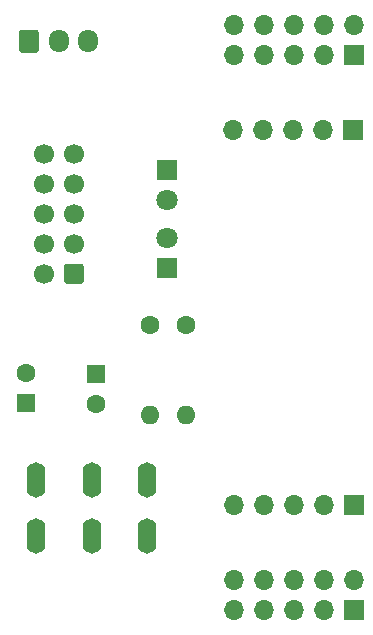
<source format=gbr>
%TF.GenerationSoftware,KiCad,Pcbnew,5.1.9+dfsg1-1~bpo10+1*%
%TF.CreationDate,2022-02-06T15:46:01+08:00*%
%TF.ProjectId,euro2breadboard,6575726f-3262-4726-9561-64626f617264,rev?*%
%TF.SameCoordinates,Original*%
%TF.FileFunction,Soldermask,Top*%
%TF.FilePolarity,Negative*%
%FSLAX46Y46*%
G04 Gerber Fmt 4.6, Leading zero omitted, Abs format (unit mm)*
G04 Created by KiCad (PCBNEW 5.1.9+dfsg1-1~bpo10+1) date 2022-02-06 15:46:01*
%MOMM*%
%LPD*%
G01*
G04 APERTURE LIST*
%ADD10O,1.600000X3.000000*%
%ADD11C,1.600000*%
%ADD12R,1.600000X1.600000*%
%ADD13C,1.700000*%
%ADD14R,1.700000X1.700000*%
%ADD15O,1.700000X1.700000*%
%ADD16O,1.700000X1.950000*%
%ADD17C,1.800000*%
%ADD18R,1.800000X1.800000*%
%ADD19O,1.600000X1.600000*%
G04 APERTURE END LIST*
D10*
%TO.C,SW1*%
X76200000Y-80425000D03*
X80900000Y-80425000D03*
X71500000Y-80425000D03*
X76200000Y-85225000D03*
X80900000Y-85225000D03*
X71500000Y-85225000D03*
%TD*%
D11*
%TO.C,C1*%
X76581000Y-74001000D03*
D12*
X76581000Y-71501000D03*
%TD*%
%TO.C,C2*%
X70612000Y-73914000D03*
D11*
X70612000Y-71414000D03*
%TD*%
%TO.C,J2*%
G36*
G01*
X75526000Y-62392000D02*
X75526000Y-63592000D01*
G75*
G02*
X75276000Y-63842000I-250000J0D01*
G01*
X74076000Y-63842000D01*
G75*
G02*
X73826000Y-63592000I0J250000D01*
G01*
X73826000Y-62392000D01*
G75*
G02*
X74076000Y-62142000I250000J0D01*
G01*
X75276000Y-62142000D01*
G75*
G02*
X75526000Y-62392000I0J-250000D01*
G01*
G37*
D13*
X74676000Y-60452000D03*
X74676000Y-57912000D03*
X74676000Y-55372000D03*
X74676000Y-52832000D03*
X72136000Y-62992000D03*
X72136000Y-60452000D03*
X72136000Y-57912000D03*
X72136000Y-55372000D03*
X72136000Y-52832000D03*
%TD*%
D14*
%TO.C,BB_POWER_PINS1*%
X98425000Y-91440000D03*
D15*
X98425000Y-88900000D03*
X95885000Y-91440000D03*
X95885000Y-88900000D03*
X93345000Y-91440000D03*
X93345000Y-88900000D03*
X90805000Y-91440000D03*
X90805000Y-88900000D03*
X88265000Y-91440000D03*
X88265000Y-88900000D03*
%TD*%
%TO.C,BB_POWER_PINS2*%
X88265000Y-41910000D03*
X88265000Y-44450000D03*
X90805000Y-41910000D03*
X90805000Y-44450000D03*
X93345000Y-41910000D03*
X93345000Y-44450000D03*
X95885000Y-41910000D03*
X95885000Y-44450000D03*
X98425000Y-41910000D03*
D14*
X98425000Y-44450000D03*
%TD*%
%TO.C,J1*%
G36*
G01*
X70016000Y-44032000D02*
X70016000Y-42582000D01*
G75*
G02*
X70266000Y-42332000I250000J0D01*
G01*
X71466000Y-42332000D01*
G75*
G02*
X71716000Y-42582000I0J-250000D01*
G01*
X71716000Y-44032000D01*
G75*
G02*
X71466000Y-44282000I-250000J0D01*
G01*
X70266000Y-44282000D01*
G75*
G02*
X70016000Y-44032000I0J250000D01*
G01*
G37*
D16*
X73366000Y-43307000D03*
X75866000Y-43307000D03*
%TD*%
D14*
%TO.C,NEG_12V_PINS1*%
X98298000Y-50800000D03*
D15*
X95758000Y-50800000D03*
X93218000Y-50800000D03*
X90678000Y-50800000D03*
X88138000Y-50800000D03*
%TD*%
%TO.C,NEG_12V_PINS2*%
X88265000Y-82550000D03*
X90805000Y-82550000D03*
X93345000Y-82550000D03*
X95885000Y-82550000D03*
D14*
X98425000Y-82550000D03*
%TD*%
D17*
%TO.C,-12V*%
X82550000Y-59944000D03*
D18*
X82550000Y-62484000D03*
%TD*%
%TO.C,+12V*%
X82550000Y-54229000D03*
D17*
X82550000Y-56769000D03*
%TD*%
D19*
%TO.C,R1*%
X84201000Y-74930000D03*
D11*
X84201000Y-67310000D03*
%TD*%
%TO.C,R2*%
X81153000Y-67310000D03*
D19*
X81153000Y-74930000D03*
%TD*%
M02*

</source>
